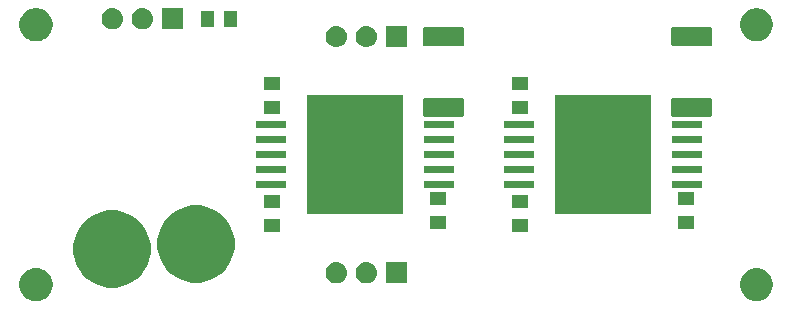
<source format=gbs>
G04 #@! TF.GenerationSoftware,KiCad,Pcbnew,5.1.4-e60b266~84~ubuntu18.04.1*
G04 #@! TF.CreationDate,2019-09-11T16:52:19+05:30*
G04 #@! TF.ProjectId,SenseCam_STCS2A_rev1,53656e73-6543-4616-9d5f-535443533241,rev?*
G04 #@! TF.SameCoordinates,Original*
G04 #@! TF.FileFunction,Soldermask,Bot*
G04 #@! TF.FilePolarity,Negative*
%FSLAX46Y46*%
G04 Gerber Fmt 4.6, Leading zero omitted, Abs format (unit mm)*
G04 Created by KiCad (PCBNEW 5.1.4-e60b266~84~ubuntu18.04.1) date 2019-09-11 16:52:19*
%MOMM*%
%LPD*%
G04 APERTURE LIST*
%ADD10C,0.100000*%
G04 APERTURE END LIST*
D10*
G36*
X163318433Y-122634893D02*
G01*
X163408657Y-122652839D01*
X163437190Y-122664658D01*
X163663621Y-122758449D01*
X163663622Y-122758450D01*
X163893086Y-122911772D01*
X164088228Y-123106914D01*
X164097691Y-123121077D01*
X164241551Y-123336379D01*
X164347161Y-123591344D01*
X164401000Y-123862012D01*
X164401000Y-124137988D01*
X164347161Y-124408656D01*
X164241551Y-124663621D01*
X164241550Y-124663622D01*
X164088228Y-124893086D01*
X163893086Y-125088228D01*
X163739763Y-125190675D01*
X163663621Y-125241551D01*
X163514267Y-125303415D01*
X163408657Y-125347161D01*
X163318433Y-125365107D01*
X163137988Y-125401000D01*
X162862012Y-125401000D01*
X162681567Y-125365107D01*
X162591343Y-125347161D01*
X162485733Y-125303415D01*
X162336379Y-125241551D01*
X162260237Y-125190675D01*
X162106914Y-125088228D01*
X161911772Y-124893086D01*
X161758450Y-124663622D01*
X161758449Y-124663621D01*
X161652839Y-124408656D01*
X161599000Y-124137988D01*
X161599000Y-123862012D01*
X161652839Y-123591344D01*
X161758449Y-123336379D01*
X161902309Y-123121077D01*
X161911772Y-123106914D01*
X162106914Y-122911772D01*
X162336378Y-122758450D01*
X162336379Y-122758449D01*
X162562810Y-122664658D01*
X162591343Y-122652839D01*
X162681567Y-122634893D01*
X162862012Y-122599000D01*
X163137988Y-122599000D01*
X163318433Y-122634893D01*
X163318433Y-122634893D01*
G37*
G36*
X102318433Y-122634893D02*
G01*
X102408657Y-122652839D01*
X102437190Y-122664658D01*
X102663621Y-122758449D01*
X102663622Y-122758450D01*
X102893086Y-122911772D01*
X103088228Y-123106914D01*
X103097691Y-123121077D01*
X103241551Y-123336379D01*
X103347161Y-123591344D01*
X103401000Y-123862012D01*
X103401000Y-124137988D01*
X103347161Y-124408656D01*
X103241551Y-124663621D01*
X103241550Y-124663622D01*
X103088228Y-124893086D01*
X102893086Y-125088228D01*
X102739763Y-125190675D01*
X102663621Y-125241551D01*
X102514267Y-125303415D01*
X102408657Y-125347161D01*
X102318433Y-125365107D01*
X102137988Y-125401000D01*
X101862012Y-125401000D01*
X101681567Y-125365107D01*
X101591343Y-125347161D01*
X101485733Y-125303415D01*
X101336379Y-125241551D01*
X101260237Y-125190675D01*
X101106914Y-125088228D01*
X100911772Y-124893086D01*
X100758450Y-124663622D01*
X100758449Y-124663621D01*
X100652839Y-124408656D01*
X100599000Y-124137988D01*
X100599000Y-123862012D01*
X100652839Y-123591344D01*
X100758449Y-123336379D01*
X100902309Y-123121077D01*
X100911772Y-123106914D01*
X101106914Y-122911772D01*
X101336378Y-122758450D01*
X101336379Y-122758449D01*
X101562810Y-122664658D01*
X101591343Y-122652839D01*
X101681567Y-122634893D01*
X101862012Y-122599000D01*
X102137988Y-122599000D01*
X102318433Y-122634893D01*
X102318433Y-122634893D01*
G37*
G36*
X109383806Y-117849125D02*
G01*
X109980145Y-118096137D01*
X109980147Y-118096138D01*
X110134091Y-118199000D01*
X110516838Y-118454743D01*
X110973257Y-118911162D01*
X111331863Y-119447855D01*
X111578875Y-120044194D01*
X111704800Y-120677262D01*
X111704800Y-121322738D01*
X111578875Y-121955806D01*
X111354701Y-122497009D01*
X111331862Y-122552147D01*
X110973257Y-123088838D01*
X110516838Y-123545257D01*
X109980147Y-123903862D01*
X109980146Y-123903863D01*
X109980145Y-123903863D01*
X109383806Y-124150875D01*
X108750738Y-124276800D01*
X108105262Y-124276800D01*
X107472194Y-124150875D01*
X106875855Y-123903863D01*
X106875854Y-123903863D01*
X106875853Y-123903862D01*
X106339162Y-123545257D01*
X105882743Y-123088838D01*
X105524138Y-122552147D01*
X105501299Y-122497009D01*
X105277125Y-121955806D01*
X105151200Y-121322738D01*
X105151200Y-120677262D01*
X105277125Y-120044194D01*
X105524137Y-119447855D01*
X105882743Y-118911162D01*
X106339162Y-118454743D01*
X106721909Y-118199000D01*
X106875853Y-118096138D01*
X106875855Y-118096137D01*
X107472194Y-117849125D01*
X108105262Y-117723200D01*
X108750738Y-117723200D01*
X109383806Y-117849125D01*
X109383806Y-117849125D01*
G37*
G36*
X130070442Y-122105518D02*
G01*
X130136627Y-122112037D01*
X130306466Y-122163557D01*
X130462991Y-122247222D01*
X130498729Y-122276552D01*
X130600186Y-122359814D01*
X130683448Y-122461271D01*
X130712778Y-122497009D01*
X130796443Y-122653534D01*
X130847963Y-122823373D01*
X130865359Y-123000000D01*
X130847963Y-123176627D01*
X130796443Y-123346466D01*
X130712778Y-123502991D01*
X130683448Y-123538729D01*
X130600186Y-123640186D01*
X130498729Y-123723448D01*
X130462991Y-123752778D01*
X130306466Y-123836443D01*
X130136627Y-123887963D01*
X130070443Y-123894481D01*
X130004260Y-123901000D01*
X129915740Y-123901000D01*
X129849557Y-123894481D01*
X129783373Y-123887963D01*
X129613534Y-123836443D01*
X129457009Y-123752778D01*
X129421271Y-123723448D01*
X129319814Y-123640186D01*
X129236552Y-123538729D01*
X129207222Y-123502991D01*
X129123557Y-123346466D01*
X129072037Y-123176627D01*
X129054641Y-123000000D01*
X129072037Y-122823373D01*
X129123557Y-122653534D01*
X129207222Y-122497009D01*
X129236552Y-122461271D01*
X129319814Y-122359814D01*
X129421271Y-122276552D01*
X129457009Y-122247222D01*
X129613534Y-122163557D01*
X129783373Y-122112037D01*
X129849558Y-122105518D01*
X129915740Y-122099000D01*
X130004260Y-122099000D01*
X130070442Y-122105518D01*
X130070442Y-122105518D01*
G37*
G36*
X127530442Y-122105518D02*
G01*
X127596627Y-122112037D01*
X127766466Y-122163557D01*
X127922991Y-122247222D01*
X127958729Y-122276552D01*
X128060186Y-122359814D01*
X128143448Y-122461271D01*
X128172778Y-122497009D01*
X128256443Y-122653534D01*
X128307963Y-122823373D01*
X128325359Y-123000000D01*
X128307963Y-123176627D01*
X128256443Y-123346466D01*
X128172778Y-123502991D01*
X128143448Y-123538729D01*
X128060186Y-123640186D01*
X127958729Y-123723448D01*
X127922991Y-123752778D01*
X127766466Y-123836443D01*
X127596627Y-123887963D01*
X127530443Y-123894481D01*
X127464260Y-123901000D01*
X127375740Y-123901000D01*
X127309557Y-123894481D01*
X127243373Y-123887963D01*
X127073534Y-123836443D01*
X126917009Y-123752778D01*
X126881271Y-123723448D01*
X126779814Y-123640186D01*
X126696552Y-123538729D01*
X126667222Y-123502991D01*
X126583557Y-123346466D01*
X126532037Y-123176627D01*
X126514641Y-123000000D01*
X126532037Y-122823373D01*
X126583557Y-122653534D01*
X126667222Y-122497009D01*
X126696552Y-122461271D01*
X126779814Y-122359814D01*
X126881271Y-122276552D01*
X126917009Y-122247222D01*
X127073534Y-122163557D01*
X127243373Y-122112037D01*
X127309558Y-122105518D01*
X127375740Y-122099000D01*
X127464260Y-122099000D01*
X127530442Y-122105518D01*
X127530442Y-122105518D01*
G37*
G36*
X133401000Y-123901000D02*
G01*
X131599000Y-123901000D01*
X131599000Y-122099000D01*
X133401000Y-122099000D01*
X133401000Y-123901000D01*
X133401000Y-123901000D01*
G37*
G36*
X116495806Y-117424945D02*
G01*
X117092145Y-117671957D01*
X117092147Y-117671958D01*
X117628838Y-118030563D01*
X118085257Y-118486982D01*
X118368685Y-118911162D01*
X118443863Y-119023675D01*
X118690875Y-119620014D01*
X118816800Y-120253082D01*
X118816800Y-120898558D01*
X118690875Y-121531626D01*
X118443863Y-122127965D01*
X118443862Y-122127967D01*
X118085257Y-122664658D01*
X117628838Y-123121077D01*
X117092147Y-123479682D01*
X117092146Y-123479683D01*
X117092145Y-123479683D01*
X116495806Y-123726695D01*
X115862738Y-123852620D01*
X115217262Y-123852620D01*
X114584194Y-123726695D01*
X113987855Y-123479683D01*
X113987854Y-123479683D01*
X113987853Y-123479682D01*
X113451162Y-123121077D01*
X112994743Y-122664658D01*
X112636138Y-122127967D01*
X112636137Y-122127965D01*
X112389125Y-121531626D01*
X112263200Y-120898558D01*
X112263200Y-120253082D01*
X112389125Y-119620014D01*
X112636137Y-119023675D01*
X112711316Y-118911162D01*
X112994743Y-118486982D01*
X113451162Y-118030563D01*
X113987853Y-117671958D01*
X113987855Y-117671957D01*
X114584194Y-117424945D01*
X115217262Y-117299020D01*
X115862738Y-117299020D01*
X116495806Y-117424945D01*
X116495806Y-117424945D01*
G37*
G36*
X143676000Y-119551000D02*
G01*
X142324000Y-119551000D01*
X142324000Y-118449000D01*
X143676000Y-118449000D01*
X143676000Y-119551000D01*
X143676000Y-119551000D01*
G37*
G36*
X122676000Y-119551000D02*
G01*
X121324000Y-119551000D01*
X121324000Y-118449000D01*
X122676000Y-118449000D01*
X122676000Y-119551000D01*
X122676000Y-119551000D01*
G37*
G36*
X136676000Y-119301000D02*
G01*
X135324000Y-119301000D01*
X135324000Y-118199000D01*
X136676000Y-118199000D01*
X136676000Y-119301000D01*
X136676000Y-119301000D01*
G37*
G36*
X157676000Y-119301000D02*
G01*
X156324000Y-119301000D01*
X156324000Y-118199000D01*
X157676000Y-118199000D01*
X157676000Y-119301000D01*
X157676000Y-119301000D01*
G37*
G36*
X154051000Y-118051000D02*
G01*
X145949000Y-118051000D01*
X145949000Y-107949000D01*
X154051000Y-107949000D01*
X154051000Y-118051000D01*
X154051000Y-118051000D01*
G37*
G36*
X133051000Y-118051000D02*
G01*
X124949000Y-118051000D01*
X124949000Y-107949000D01*
X133051000Y-107949000D01*
X133051000Y-118051000D01*
X133051000Y-118051000D01*
G37*
G36*
X122676000Y-117551000D02*
G01*
X121324000Y-117551000D01*
X121324000Y-116449000D01*
X122676000Y-116449000D01*
X122676000Y-117551000D01*
X122676000Y-117551000D01*
G37*
G36*
X143676000Y-117551000D02*
G01*
X142324000Y-117551000D01*
X142324000Y-116449000D01*
X143676000Y-116449000D01*
X143676000Y-117551000D01*
X143676000Y-117551000D01*
G37*
G36*
X157676000Y-117301000D02*
G01*
X156324000Y-117301000D01*
X156324000Y-116199000D01*
X157676000Y-116199000D01*
X157676000Y-117301000D01*
X157676000Y-117301000D01*
G37*
G36*
X136676000Y-117301000D02*
G01*
X135324000Y-117301000D01*
X135324000Y-116199000D01*
X136676000Y-116199000D01*
X136676000Y-117301000D01*
X136676000Y-117301000D01*
G37*
G36*
X158376000Y-115841000D02*
G01*
X155824000Y-115841000D01*
X155824000Y-115239000D01*
X158376000Y-115239000D01*
X158376000Y-115841000D01*
X158376000Y-115841000D01*
G37*
G36*
X137376000Y-115841000D02*
G01*
X134824000Y-115841000D01*
X134824000Y-115239000D01*
X137376000Y-115239000D01*
X137376000Y-115841000D01*
X137376000Y-115841000D01*
G37*
G36*
X144176000Y-115841000D02*
G01*
X141624000Y-115841000D01*
X141624000Y-115239000D01*
X144176000Y-115239000D01*
X144176000Y-115841000D01*
X144176000Y-115841000D01*
G37*
G36*
X123176000Y-115841000D02*
G01*
X120624000Y-115841000D01*
X120624000Y-115239000D01*
X123176000Y-115239000D01*
X123176000Y-115841000D01*
X123176000Y-115841000D01*
G37*
G36*
X158376000Y-114571000D02*
G01*
X155824000Y-114571000D01*
X155824000Y-113969000D01*
X158376000Y-113969000D01*
X158376000Y-114571000D01*
X158376000Y-114571000D01*
G37*
G36*
X144176000Y-114571000D02*
G01*
X141624000Y-114571000D01*
X141624000Y-113969000D01*
X144176000Y-113969000D01*
X144176000Y-114571000D01*
X144176000Y-114571000D01*
G37*
G36*
X137376000Y-114571000D02*
G01*
X134824000Y-114571000D01*
X134824000Y-113969000D01*
X137376000Y-113969000D01*
X137376000Y-114571000D01*
X137376000Y-114571000D01*
G37*
G36*
X123176000Y-114571000D02*
G01*
X120624000Y-114571000D01*
X120624000Y-113969000D01*
X123176000Y-113969000D01*
X123176000Y-114571000D01*
X123176000Y-114571000D01*
G37*
G36*
X158376000Y-113301000D02*
G01*
X155824000Y-113301000D01*
X155824000Y-112699000D01*
X158376000Y-112699000D01*
X158376000Y-113301000D01*
X158376000Y-113301000D01*
G37*
G36*
X144176000Y-113301000D02*
G01*
X141624000Y-113301000D01*
X141624000Y-112699000D01*
X144176000Y-112699000D01*
X144176000Y-113301000D01*
X144176000Y-113301000D01*
G37*
G36*
X137376000Y-113301000D02*
G01*
X134824000Y-113301000D01*
X134824000Y-112699000D01*
X137376000Y-112699000D01*
X137376000Y-113301000D01*
X137376000Y-113301000D01*
G37*
G36*
X123176000Y-113301000D02*
G01*
X120624000Y-113301000D01*
X120624000Y-112699000D01*
X123176000Y-112699000D01*
X123176000Y-113301000D01*
X123176000Y-113301000D01*
G37*
G36*
X158376000Y-112031000D02*
G01*
X155824000Y-112031000D01*
X155824000Y-111429000D01*
X158376000Y-111429000D01*
X158376000Y-112031000D01*
X158376000Y-112031000D01*
G37*
G36*
X144176000Y-112031000D02*
G01*
X141624000Y-112031000D01*
X141624000Y-111429000D01*
X144176000Y-111429000D01*
X144176000Y-112031000D01*
X144176000Y-112031000D01*
G37*
G36*
X137376000Y-112031000D02*
G01*
X134824000Y-112031000D01*
X134824000Y-111429000D01*
X137376000Y-111429000D01*
X137376000Y-112031000D01*
X137376000Y-112031000D01*
G37*
G36*
X123176000Y-112031000D02*
G01*
X120624000Y-112031000D01*
X120624000Y-111429000D01*
X123176000Y-111429000D01*
X123176000Y-112031000D01*
X123176000Y-112031000D01*
G37*
G36*
X137376000Y-110761000D02*
G01*
X134824000Y-110761000D01*
X134824000Y-110159000D01*
X137376000Y-110159000D01*
X137376000Y-110761000D01*
X137376000Y-110761000D01*
G37*
G36*
X123176000Y-110761000D02*
G01*
X120624000Y-110761000D01*
X120624000Y-110159000D01*
X123176000Y-110159000D01*
X123176000Y-110761000D01*
X123176000Y-110761000D01*
G37*
G36*
X144176000Y-110761000D02*
G01*
X141624000Y-110761000D01*
X141624000Y-110159000D01*
X144176000Y-110159000D01*
X144176000Y-110761000D01*
X144176000Y-110761000D01*
G37*
G36*
X158376000Y-110761000D02*
G01*
X155824000Y-110761000D01*
X155824000Y-110159000D01*
X158376000Y-110159000D01*
X158376000Y-110761000D01*
X158376000Y-110761000D01*
G37*
G36*
X159078820Y-108178103D02*
G01*
X159112985Y-108188467D01*
X159144464Y-108205293D01*
X159172060Y-108227940D01*
X159194707Y-108255536D01*
X159211533Y-108287015D01*
X159221897Y-108321180D01*
X159226000Y-108362842D01*
X159226000Y-109612158D01*
X159221897Y-109653820D01*
X159211533Y-109687985D01*
X159194707Y-109719464D01*
X159172060Y-109747060D01*
X159144464Y-109769707D01*
X159112985Y-109786533D01*
X159078820Y-109796897D01*
X159037158Y-109801000D01*
X155962842Y-109801000D01*
X155921180Y-109796897D01*
X155887015Y-109786533D01*
X155855536Y-109769707D01*
X155827940Y-109747060D01*
X155805293Y-109719464D01*
X155788467Y-109687985D01*
X155778103Y-109653820D01*
X155774000Y-109612158D01*
X155774000Y-108362842D01*
X155778103Y-108321180D01*
X155788467Y-108287015D01*
X155805293Y-108255536D01*
X155827940Y-108227940D01*
X155855536Y-108205293D01*
X155887015Y-108188467D01*
X155921180Y-108178103D01*
X155962842Y-108174000D01*
X159037158Y-108174000D01*
X159078820Y-108178103D01*
X159078820Y-108178103D01*
G37*
G36*
X138078820Y-108178103D02*
G01*
X138112985Y-108188467D01*
X138144464Y-108205293D01*
X138172060Y-108227940D01*
X138194707Y-108255536D01*
X138211533Y-108287015D01*
X138221897Y-108321180D01*
X138226000Y-108362842D01*
X138226000Y-109612158D01*
X138221897Y-109653820D01*
X138211533Y-109687985D01*
X138194707Y-109719464D01*
X138172060Y-109747060D01*
X138144464Y-109769707D01*
X138112985Y-109786533D01*
X138078820Y-109796897D01*
X138037158Y-109801000D01*
X134962842Y-109801000D01*
X134921180Y-109796897D01*
X134887015Y-109786533D01*
X134855536Y-109769707D01*
X134827940Y-109747060D01*
X134805293Y-109719464D01*
X134788467Y-109687985D01*
X134778103Y-109653820D01*
X134774000Y-109612158D01*
X134774000Y-108362842D01*
X134778103Y-108321180D01*
X134788467Y-108287015D01*
X134805293Y-108255536D01*
X134827940Y-108227940D01*
X134855536Y-108205293D01*
X134887015Y-108188467D01*
X134921180Y-108178103D01*
X134962842Y-108174000D01*
X138037158Y-108174000D01*
X138078820Y-108178103D01*
X138078820Y-108178103D01*
G37*
G36*
X122676000Y-109551000D02*
G01*
X121324000Y-109551000D01*
X121324000Y-108449000D01*
X122676000Y-108449000D01*
X122676000Y-109551000D01*
X122676000Y-109551000D01*
G37*
G36*
X143676000Y-109551000D02*
G01*
X142324000Y-109551000D01*
X142324000Y-108449000D01*
X143676000Y-108449000D01*
X143676000Y-109551000D01*
X143676000Y-109551000D01*
G37*
G36*
X122676000Y-107551000D02*
G01*
X121324000Y-107551000D01*
X121324000Y-106449000D01*
X122676000Y-106449000D01*
X122676000Y-107551000D01*
X122676000Y-107551000D01*
G37*
G36*
X143676000Y-107551000D02*
G01*
X142324000Y-107551000D01*
X142324000Y-106449000D01*
X143676000Y-106449000D01*
X143676000Y-107551000D01*
X143676000Y-107551000D01*
G37*
G36*
X133401000Y-103901000D02*
G01*
X131599000Y-103901000D01*
X131599000Y-102099000D01*
X133401000Y-102099000D01*
X133401000Y-103901000D01*
X133401000Y-103901000D01*
G37*
G36*
X127530443Y-102105519D02*
G01*
X127596627Y-102112037D01*
X127766466Y-102163557D01*
X127922991Y-102247222D01*
X127929762Y-102252779D01*
X128060186Y-102359814D01*
X128143448Y-102461271D01*
X128172778Y-102497009D01*
X128256443Y-102653534D01*
X128307963Y-102823373D01*
X128325359Y-103000000D01*
X128307963Y-103176627D01*
X128256443Y-103346466D01*
X128172778Y-103502991D01*
X128143448Y-103538729D01*
X128060186Y-103640186D01*
X127971479Y-103712985D01*
X127922991Y-103752778D01*
X127922989Y-103752779D01*
X127793680Y-103821897D01*
X127766466Y-103836443D01*
X127596627Y-103887963D01*
X127530442Y-103894482D01*
X127464260Y-103901000D01*
X127375740Y-103901000D01*
X127309558Y-103894482D01*
X127243373Y-103887963D01*
X127073534Y-103836443D01*
X127046321Y-103821897D01*
X126917011Y-103752779D01*
X126917009Y-103752778D01*
X126868521Y-103712985D01*
X126779814Y-103640186D01*
X126696552Y-103538729D01*
X126667222Y-103502991D01*
X126583557Y-103346466D01*
X126532037Y-103176627D01*
X126514641Y-103000000D01*
X126532037Y-102823373D01*
X126583557Y-102653534D01*
X126667222Y-102497009D01*
X126696552Y-102461271D01*
X126779814Y-102359814D01*
X126910238Y-102252779D01*
X126917009Y-102247222D01*
X127073534Y-102163557D01*
X127243373Y-102112037D01*
X127309557Y-102105519D01*
X127375740Y-102099000D01*
X127464260Y-102099000D01*
X127530443Y-102105519D01*
X127530443Y-102105519D01*
G37*
G36*
X130070443Y-102105519D02*
G01*
X130136627Y-102112037D01*
X130306466Y-102163557D01*
X130462991Y-102247222D01*
X130469762Y-102252779D01*
X130600186Y-102359814D01*
X130683448Y-102461271D01*
X130712778Y-102497009D01*
X130796443Y-102653534D01*
X130847963Y-102823373D01*
X130865359Y-103000000D01*
X130847963Y-103176627D01*
X130796443Y-103346466D01*
X130712778Y-103502991D01*
X130683448Y-103538729D01*
X130600186Y-103640186D01*
X130511479Y-103712985D01*
X130462991Y-103752778D01*
X130462989Y-103752779D01*
X130333680Y-103821897D01*
X130306466Y-103836443D01*
X130136627Y-103887963D01*
X130070442Y-103894482D01*
X130004260Y-103901000D01*
X129915740Y-103901000D01*
X129849558Y-103894482D01*
X129783373Y-103887963D01*
X129613534Y-103836443D01*
X129586321Y-103821897D01*
X129457011Y-103752779D01*
X129457009Y-103752778D01*
X129408521Y-103712985D01*
X129319814Y-103640186D01*
X129236552Y-103538729D01*
X129207222Y-103502991D01*
X129123557Y-103346466D01*
X129072037Y-103176627D01*
X129054641Y-103000000D01*
X129072037Y-102823373D01*
X129123557Y-102653534D01*
X129207222Y-102497009D01*
X129236552Y-102461271D01*
X129319814Y-102359814D01*
X129450238Y-102252779D01*
X129457009Y-102247222D01*
X129613534Y-102163557D01*
X129783373Y-102112037D01*
X129849557Y-102105519D01*
X129915740Y-102099000D01*
X130004260Y-102099000D01*
X130070443Y-102105519D01*
X130070443Y-102105519D01*
G37*
G36*
X138078820Y-102203103D02*
G01*
X138112985Y-102213467D01*
X138144464Y-102230293D01*
X138172060Y-102252940D01*
X138194707Y-102280536D01*
X138211533Y-102312015D01*
X138221897Y-102346180D01*
X138226000Y-102387842D01*
X138226000Y-103637158D01*
X138221897Y-103678820D01*
X138211533Y-103712985D01*
X138194707Y-103744464D01*
X138172060Y-103772060D01*
X138144464Y-103794707D01*
X138112985Y-103811533D01*
X138078820Y-103821897D01*
X138037158Y-103826000D01*
X134962842Y-103826000D01*
X134921180Y-103821897D01*
X134887015Y-103811533D01*
X134855536Y-103794707D01*
X134827940Y-103772060D01*
X134805293Y-103744464D01*
X134788467Y-103712985D01*
X134778103Y-103678820D01*
X134774000Y-103637158D01*
X134774000Y-102387842D01*
X134778103Y-102346180D01*
X134788467Y-102312015D01*
X134805293Y-102280536D01*
X134827940Y-102252940D01*
X134855536Y-102230293D01*
X134887015Y-102213467D01*
X134921180Y-102203103D01*
X134962842Y-102199000D01*
X138037158Y-102199000D01*
X138078820Y-102203103D01*
X138078820Y-102203103D01*
G37*
G36*
X159078820Y-102203103D02*
G01*
X159112985Y-102213467D01*
X159144464Y-102230293D01*
X159172060Y-102252940D01*
X159194707Y-102280536D01*
X159211533Y-102312015D01*
X159221897Y-102346180D01*
X159226000Y-102387842D01*
X159226000Y-103637158D01*
X159221897Y-103678820D01*
X159211533Y-103712985D01*
X159194707Y-103744464D01*
X159172060Y-103772060D01*
X159144464Y-103794707D01*
X159112985Y-103811533D01*
X159078820Y-103821897D01*
X159037158Y-103826000D01*
X155962842Y-103826000D01*
X155921180Y-103821897D01*
X155887015Y-103811533D01*
X155855536Y-103794707D01*
X155827940Y-103772060D01*
X155805293Y-103744464D01*
X155788467Y-103712985D01*
X155778103Y-103678820D01*
X155774000Y-103637158D01*
X155774000Y-102387842D01*
X155778103Y-102346180D01*
X155788467Y-102312015D01*
X155805293Y-102280536D01*
X155827940Y-102252940D01*
X155855536Y-102230293D01*
X155887015Y-102213467D01*
X155921180Y-102203103D01*
X155962842Y-102199000D01*
X159037158Y-102199000D01*
X159078820Y-102203103D01*
X159078820Y-102203103D01*
G37*
G36*
X163318433Y-100634893D02*
G01*
X163408657Y-100652839D01*
X163514267Y-100696585D01*
X163663621Y-100758449D01*
X163663622Y-100758450D01*
X163893086Y-100911772D01*
X164088228Y-101106914D01*
X164119378Y-101153534D01*
X164241551Y-101336379D01*
X164347161Y-101591344D01*
X164401000Y-101862012D01*
X164401000Y-102137988D01*
X164347161Y-102408656D01*
X164241551Y-102663621D01*
X164241550Y-102663622D01*
X164088228Y-102893086D01*
X163893086Y-103088228D01*
X163760790Y-103176625D01*
X163663621Y-103241551D01*
X163514267Y-103303415D01*
X163408657Y-103347161D01*
X163318433Y-103365107D01*
X163137988Y-103401000D01*
X162862012Y-103401000D01*
X162681567Y-103365107D01*
X162591343Y-103347161D01*
X162485733Y-103303415D01*
X162336379Y-103241551D01*
X162239210Y-103176625D01*
X162106914Y-103088228D01*
X161911772Y-102893086D01*
X161758450Y-102663622D01*
X161758449Y-102663621D01*
X161652839Y-102408656D01*
X161599000Y-102137988D01*
X161599000Y-101862012D01*
X161652839Y-101591344D01*
X161758449Y-101336379D01*
X161880622Y-101153534D01*
X161911772Y-101106914D01*
X162106914Y-100911772D01*
X162336378Y-100758450D01*
X162336379Y-100758449D01*
X162485733Y-100696585D01*
X162591343Y-100652839D01*
X162681567Y-100634893D01*
X162862012Y-100599000D01*
X163137988Y-100599000D01*
X163318433Y-100634893D01*
X163318433Y-100634893D01*
G37*
G36*
X102318433Y-100634893D02*
G01*
X102408657Y-100652839D01*
X102514267Y-100696585D01*
X102663621Y-100758449D01*
X102663622Y-100758450D01*
X102893086Y-100911772D01*
X103088228Y-101106914D01*
X103119378Y-101153534D01*
X103241551Y-101336379D01*
X103347161Y-101591344D01*
X103401000Y-101862012D01*
X103401000Y-102137988D01*
X103347161Y-102408656D01*
X103241551Y-102663621D01*
X103241550Y-102663622D01*
X103088228Y-102893086D01*
X102893086Y-103088228D01*
X102760790Y-103176625D01*
X102663621Y-103241551D01*
X102514267Y-103303415D01*
X102408657Y-103347161D01*
X102318433Y-103365107D01*
X102137988Y-103401000D01*
X101862012Y-103401000D01*
X101681567Y-103365107D01*
X101591343Y-103347161D01*
X101485733Y-103303415D01*
X101336379Y-103241551D01*
X101239210Y-103176625D01*
X101106914Y-103088228D01*
X100911772Y-102893086D01*
X100758450Y-102663622D01*
X100758449Y-102663621D01*
X100652839Y-102408656D01*
X100599000Y-102137988D01*
X100599000Y-101862012D01*
X100652839Y-101591344D01*
X100758449Y-101336379D01*
X100880622Y-101153534D01*
X100911772Y-101106914D01*
X101106914Y-100911772D01*
X101336378Y-100758450D01*
X101336379Y-100758449D01*
X101485733Y-100696585D01*
X101591343Y-100652839D01*
X101681567Y-100634893D01*
X101862012Y-100599000D01*
X102137988Y-100599000D01*
X102318433Y-100634893D01*
X102318433Y-100634893D01*
G37*
G36*
X111110443Y-100605519D02*
G01*
X111176627Y-100612037D01*
X111346466Y-100663557D01*
X111502991Y-100747222D01*
X111516671Y-100758449D01*
X111640186Y-100859814D01*
X111723448Y-100961271D01*
X111752778Y-100997009D01*
X111836443Y-101153534D01*
X111887963Y-101323373D01*
X111905359Y-101500000D01*
X111887963Y-101676627D01*
X111836443Y-101846466D01*
X111752778Y-102002991D01*
X111723448Y-102038729D01*
X111640186Y-102140186D01*
X111543780Y-102219303D01*
X111502991Y-102252778D01*
X111502989Y-102252779D01*
X111381835Y-102317538D01*
X111346466Y-102336443D01*
X111176627Y-102387963D01*
X111110443Y-102394481D01*
X111044260Y-102401000D01*
X110955740Y-102401000D01*
X110889557Y-102394481D01*
X110823373Y-102387963D01*
X110653534Y-102336443D01*
X110618166Y-102317538D01*
X110497011Y-102252779D01*
X110497009Y-102252778D01*
X110456220Y-102219303D01*
X110359814Y-102140186D01*
X110276552Y-102038729D01*
X110247222Y-102002991D01*
X110163557Y-101846466D01*
X110112037Y-101676627D01*
X110094641Y-101500000D01*
X110112037Y-101323373D01*
X110163557Y-101153534D01*
X110247222Y-100997009D01*
X110276552Y-100961271D01*
X110359814Y-100859814D01*
X110483329Y-100758449D01*
X110497009Y-100747222D01*
X110653534Y-100663557D01*
X110823373Y-100612037D01*
X110889558Y-100605518D01*
X110955740Y-100599000D01*
X111044260Y-100599000D01*
X111110443Y-100605519D01*
X111110443Y-100605519D01*
G37*
G36*
X108570443Y-100605519D02*
G01*
X108636627Y-100612037D01*
X108806466Y-100663557D01*
X108962991Y-100747222D01*
X108976671Y-100758449D01*
X109100186Y-100859814D01*
X109183448Y-100961271D01*
X109212778Y-100997009D01*
X109296443Y-101153534D01*
X109347963Y-101323373D01*
X109365359Y-101500000D01*
X109347963Y-101676627D01*
X109296443Y-101846466D01*
X109212778Y-102002991D01*
X109183448Y-102038729D01*
X109100186Y-102140186D01*
X109003780Y-102219303D01*
X108962991Y-102252778D01*
X108962989Y-102252779D01*
X108841835Y-102317538D01*
X108806466Y-102336443D01*
X108636627Y-102387963D01*
X108570443Y-102394481D01*
X108504260Y-102401000D01*
X108415740Y-102401000D01*
X108349557Y-102394481D01*
X108283373Y-102387963D01*
X108113534Y-102336443D01*
X108078166Y-102317538D01*
X107957011Y-102252779D01*
X107957009Y-102252778D01*
X107916220Y-102219303D01*
X107819814Y-102140186D01*
X107736552Y-102038729D01*
X107707222Y-102002991D01*
X107623557Y-101846466D01*
X107572037Y-101676627D01*
X107554641Y-101500000D01*
X107572037Y-101323373D01*
X107623557Y-101153534D01*
X107707222Y-100997009D01*
X107736552Y-100961271D01*
X107819814Y-100859814D01*
X107943329Y-100758449D01*
X107957009Y-100747222D01*
X108113534Y-100663557D01*
X108283373Y-100612037D01*
X108349558Y-100605518D01*
X108415740Y-100599000D01*
X108504260Y-100599000D01*
X108570443Y-100605519D01*
X108570443Y-100605519D01*
G37*
G36*
X114441000Y-102401000D02*
G01*
X112639000Y-102401000D01*
X112639000Y-100599000D01*
X114441000Y-100599000D01*
X114441000Y-102401000D01*
X114441000Y-102401000D01*
G37*
G36*
X119051000Y-102176000D02*
G01*
X117949000Y-102176000D01*
X117949000Y-100824000D01*
X119051000Y-100824000D01*
X119051000Y-102176000D01*
X119051000Y-102176000D01*
G37*
G36*
X117051000Y-102176000D02*
G01*
X115949000Y-102176000D01*
X115949000Y-100824000D01*
X117051000Y-100824000D01*
X117051000Y-102176000D01*
X117051000Y-102176000D01*
G37*
M02*

</source>
